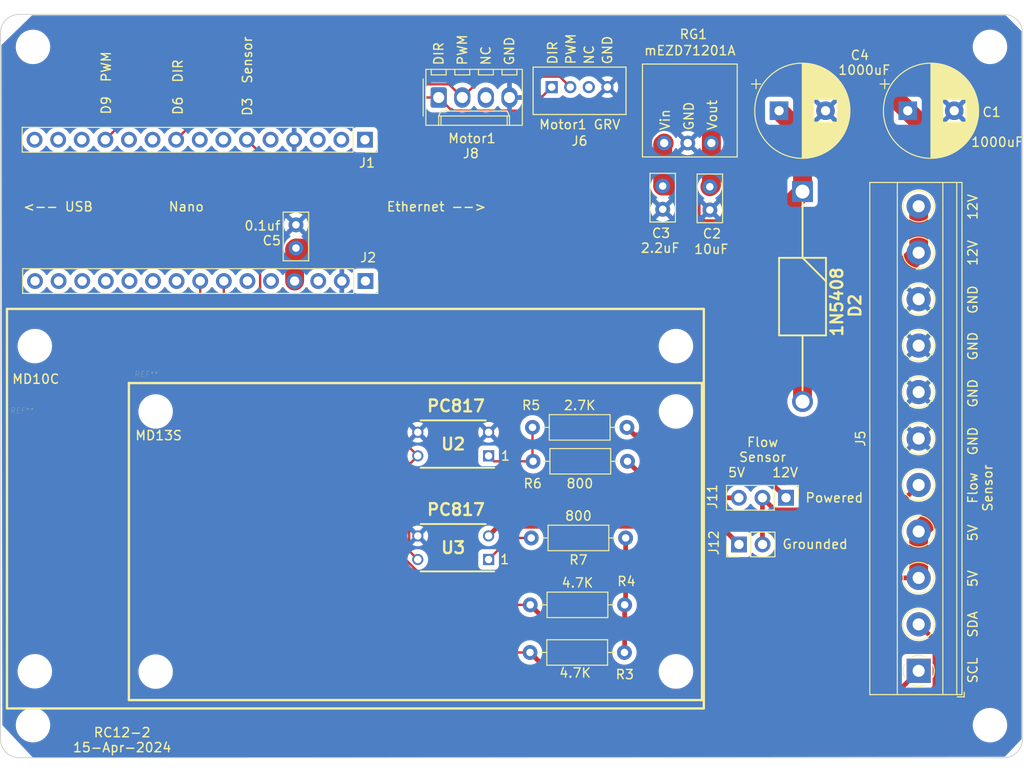
<source format=kicad_pcb>
(kicad_pcb (version 20221018) (generator pcbnew)
  (title_block (title "RC12-2") (date "2024-04-11"))
  (layers (0 "F.Cu" signal) (31 "B.Cu" signal) (34 "B.Paste" user) (35 "F.Paste" user) (36 "B.SilkS" user "B.Silkscreen") (37 "F.SilkS" user "F.Silkscreen") (38 "B.Mask" user) (39 "F.Mask" user) (44 "Edge.Cuts" user))
  (net 0 "")
  (net 1 "GND")
  (net 2 "Dir")
  (net 3 "PWM")
  (net 4 "+5V")
  (net 5 "+12V")
  (net 10 "Flow Pin")
  (net 22 "Net-(J2-Pin_7)")
  (net 23 "Net-(J2-Pin_8)")
  (net 31 "Flow Sensor")
  (net 34 "Net-(J11-Pin_1)")
  (net 35 "Net-(J11-Pin_3)")
  (net 36 "Net-(R5-Pad2)")
  (net 37 "Net-(R7-Pad2)")
  (net 38 "Net-(J12-Pin_1)")
  (net 39 "Net-(D2-K)")
  (footprint "MountingHole:MountingHole_3.2mm_M3" (layer "F.Cu") (at 28.5 96.5 180)
    (fp_text reference " " (at 0 -4.2) (layer "F.SilkS"))
    (fp_text value " ")
    (pad "" np_thru_hole circle (at 0 0 180) (size 3.2 3.2) (drill 3.2) (layers "*.Cu" "*.Mask"))
  )
  (footprint "Connector_PinSocket_2.54mm:PinSocket_1x15_P2.54mm_Vertical" (layer "F.Cu") (at 64.28 48.7 -90)
    (fp_text reference "J2" (at -2.525 -0.295 -180) (layer "F.SilkS"))
    (fp_text value "Conn_01x15_Female")
    (pad "1" thru_hole rect (at 0 0 270) (size 1.7 1.7) (drill 1) (layers "*.Cu" "*.Mask"))
    (pad "2" thru_hole oval (at 0 2.54 270) (size 1.7 1.7) (drill 1) (layers "*.Cu" "*.Mask") (net 1 "GND"))
    (pad "3" thru_hole oval (at 0 5.08 270) (size 1.7 1.7) (drill 1) (layers "*.Cu" "*.Mask"))
    (pad "4" thru_hole oval (at 0 7.62 270) (size 1.7 1.7) (drill 1) (layers "*.Cu" "*.Mask") (net 4 "+5V"))
    (pad "5" thru_hole oval (at 0 10.16 270) (size 1.7 1.7) (drill 1) (layers "*.Cu" "*.Mask"))
    (pad "6" thru_hole oval (at 0 12.7 270) (size 1.7 1.7) (drill 1) (layers "*.Cu" "*.Mask"))
    (pad "7" thru_hole oval (at 0 15.24 270) (size 1.7 1.7) (drill 1) (layers "*.Cu" "*.Mask") (net 22 "Net-(J2-Pin_7)"))
    (pad "8" thru_hole oval (at 0 17.78 270) (size 1.7 1.7) (drill 1) (layers "*.Cu" "*.Mask") (net 23 "Net-(J2-Pin_8)"))
    (pad "9" thru_hole oval (at 0 20.32 270) (size 1.7 1.7) (drill 1) (layers "*.Cu" "*.Mask"))
    (pad "10" thru_hole oval (at 0 22.86 270) (size 1.7 1.7) (drill 1) (layers "*.Cu" "*.Mask"))
    (pad "11" thru_hole oval (at 0 25.4 270) (size 1.7 1.7) (drill 1) (layers "*.Cu" "*.Mask"))
    (pad "12" thru_hole oval (at 0 27.94 270) (size 1.7 1.7) (drill 1) (layers "*.Cu" "*.Mask"))
    (pad "13" thru_hole oval (at 0 30.48 270) (size 1.7 1.7) (drill 1) (layers "*.Cu" "*.Mask"))
    (pad "14" thru_hole oval (at 0 33.02 270) (size 1.7 1.7) (drill 1) (layers "*.Cu" "*.Mask"))
    (pad "15" thru_hole oval (at 0 35.56 270) (size 1.7 1.7) (drill 1) (layers "*.Cu" "*.Mask"))
  )
  (footprint "Capacitor_THT:C_Disc_D5.0mm_W2.5mm_P2.50mm" (layer "F.Cu") (at 96.275 38.475 -90)
    (fp_text reference "C3" (at 5.075 0.175 -180) (layer "F.SilkS"))
    (fp_text value "2.2uF" (at 6.675 0.275 -180) (layer "F.SilkS"))
    (pad "1" thru_hole circle (at 0 0 270) (size 1.6 1.6) (drill 0.8) (layers "*.Cu" "*.Mask") (net 39 "Net-(D2-K)"))
    (pad "2" thru_hole circle (at 2.5 0 270) (size 1.6 1.6) (drill 0.8) (layers "*.Cu" "*.Mask") (net 1 "GND"))
  )
  (footprint "Resistor_THT:R_Axial_DIN0207_L6.3mm_D2.5mm_P10.16mm_Horizontal" (layer "F.Cu") (at 92.18 83.55 180)
    (fp_text reference "R4" (at -0.19 2.525) (layer "F.SilkS"))
    (fp_text value "4.7K" (at 5.08 2.37) (layer "F.SilkS"))
    (pad "1" thru_hole circle (at 0 0 180) (size 1.6 1.6) (drill 0.8) (layers "*.Cu" "*.Mask") (net 4 "+5V"))
    (pad "2" thru_hole oval (at 10.16 0 180) (size 1.6 1.6) (drill 0.8) (layers "*.Cu" "*.Mask") (net 22 "Net-(J2-Pin_7)"))
  )
  (footprint "Resistor_THT:R_Axial_DIN0207_L6.3mm_D2.5mm_P10.16mm_Horizontal" (layer "F.Cu") (at 92.155 88.675 180)
    (fp_text reference "R3" (at -0.04 -2.37) (layer "F.SilkS"))
    (fp_text value "4.7K" (at 5.31 -2.2) (layer "F.SilkS"))
    (pad "1" thru_hole circle (at 0 0 180) (size 1.6 1.6) (drill 0.8) (layers "*.Cu" "*.Mask") (net 4 "+5V"))
    (pad "2" thru_hole oval (at 10.16 0 180) (size 1.6 1.6) (drill 0.8) (layers "*.Cu" "*.Mask") (net 23 "Net-(J2-Pin_8)"))
  )
  (footprint "Connector_PinSocket_2.54mm:PinSocket_1x15_P2.54mm_Vertical" (layer "F.Cu") (at 64.23 33.49 -90)
    (fp_text reference "J1" (at 2.485 -0.22 -180) (layer "F.SilkS"))
    (fp_text value "Conn_01x15_Female")
    (pad "1" thru_hole rect (at 0 0 270) (size 1.7 1.7) (drill 1) (layers "*.Cu" "*.Mask"))
    (pad "2" thru_hole oval (at 0 2.54 270) (size 1.7 1.7) (drill 1) (layers "*.Cu" "*.Mask"))
    (pad "3" thru_hole oval (at 0 5.08 270) (size 1.7 1.7) (drill 1) (layers "*.Cu" "*.Mask"))
    (pad "4" thru_hole oval (at 0 7.62 270) (size 1.7 1.7) (drill 1) (layers "*.Cu" "*.Mask") (net 1 "GND"))
    (pad "5" thru_hole oval (at 0 10.16 270) (size 1.7 1.7) (drill 1) (layers "*.Cu" "*.Mask"))
    (pad "6" thru_hole oval (at 0 12.7 270) (size 1.7 1.7) (drill 1) (layers "*.Cu" "*.Mask") (net 10 "Flow Pin"))
    (pad "7" thru_hole oval (at 0 15.24 270) (size 1.7 1.7) (drill 1) (layers "*.Cu" "*.Mask"))
    (pad "8" thru_hole oval (at 0 17.78 270) (size 1.7 1.7) (drill 1) (layers "*.Cu" "*.Mask"))
    (pad "9" thru_hole oval (at 0 20.32 270) (size 1.7 1.7) (drill 1) (layers "*.Cu" "*.Mask") (net 2 "Dir"))
    (pad "10" thru_hole oval (at 0 22.86 270) (size 1.7 1.7) (drill 1) (layers "*.Cu" "*.Mask"))
    (pad "11" thru_hole oval (at 0 25.4 270) (size 1.7 1.7) (drill 1) (layers "*.Cu" "*.Mask"))
    (pad "12" thru_hole oval (at 0 27.94 270) (size 1.7 1.7) (drill 1) (layers "*.Cu" "*.Mask") (net 3 "PWM"))
    (pad "13" thru_hole oval (at 0 30.48 270) (size 1.7 1.7) (drill 1) (layers "*.Cu" "*.Mask"))
    (pad "14" thru_hole oval (at 0 33.02 270) (size 1.7 1.7) (drill 1) (layers "*.Cu" "*.Mask"))
    (pad "15" thru_hole oval (at 0 35.56 270) (size 1.7 1.7) (drill 1) (layers "*.Cu" "*.Mask"))
  )
  (footprint "MountingHole:MountingHole_3.2mm_M3" (layer "F.Cu") (at 131.5 23.5 180)
    (fp_text reference " " (at 20.35 -17.025) (layer "F.SilkS"))
    (fp_text value " ")
    (pad "" np_thru_hole circle (at 0 0 180) (size 3.2 3.2) (drill 3.2) (layers "*.Cu" "*.Mask"))
  )
  (footprint "MyFootprints:MD10C" (layer "F.Cu") (at 25.7 94.7)
    (fp_text reference "REF**" (at 1.65 -32.05) (layer "F.SilkS") (effects (font (size 0.6 0.6) (thickness 0.015))))
    (fp_text value "MDD10A" hide)
    (fp_text user "MD10C" (at 3.1 -35.45) (layer "F.SilkS"))
    (pad "" np_thru_hole circle (at 3 -39) (size 3.2 3.2) (drill 3.2) (layers "F&B.Cu" "*.Mask"))
    (pad "" np_thru_hole circle (at 3 -4) (size 3.2 3.2) (drill 3.2) (layers "F&B.Cu" "*.Mask"))
    (pad "" np_thru_hole circle (at 72 -39) (size 3.2 3.2) (drill 3.2) (layers "F&B.Cu" "*.Mask"))
    (pad "" np_thru_hole circle (at 72 -4) (size 3.2 3.2) (drill 3.2) (layers "F&B.Cu" "*.Mask"))
  )
  (footprint "TerminalBlock_Phoenix:TerminalBlock_Phoenix_MKDS-1,5-11_1x11_P5.00mm_Horizontal" (layer "F.Cu") (at 123.825 90.65 90)
    (fp_text reference "J5" (at 25 -6.26 90) (layer "F.SilkS"))
    (fp_text value "Screw_Terminal_01x11")
    (pad "1" thru_hole rect (at 0 0 90) (size 2.6 2.6) (drill 1.3) (layers "*.Cu" "*.Mask") (net 22 "Net-(J2-Pin_7)"))
    (pad "2" thru_hole circle (at 5 0 90) (size 2.6 2.6) (drill 1.3) (layers "*.Cu" "*.Mask") (net 23 "Net-(J2-Pin_8)"))
    (pad "3" thru_hole circle (at 10 0 90) (size 2.6 2.6) (drill 1.3) (layers "*.Cu" "*.Mask") (net 4 "+5V"))
    (pad "4" thru_hole circle (at 15 0 90) (size 2.6 2.6) (drill 1.3) (layers "*.Cu" "*.Mask") (net 4 "+5V"))
    (pad "5" thru_hole circle (at 20 0 90) (size 2.6 2.6) (drill 1.3) (layers "*.Cu" "*.Mask") (net 31 "Flow Sensor"))
    (pad "6" thru_hole circle (at 25 0 90) (size 2.6 2.6) (drill 1.3) (layers "*.Cu" "*.Mask") (net 1 "GND"))
    (pad "7" thru_hole circle (at 30 0 90) (size 2.6 2.6) (drill 1.3) (layers "*.Cu" "*.Mask") (net 1 "GND"))
    (pad "8" thru_hole circle (at 35 0 90) (size 2.6 2.6) (drill 1.3) (layers "*.Cu" "*.Mask") (net 1 "GND"))
    (pad "9" thru_hole circle (at 40 0 90) (size 2.6 2.6) (drill 1.3) (layers "*.Cu" "*.Mask") (net 1 "GND"))
    (pad "10" thru_hole circle (at 45 0 90) (size 2.6 2.6) (drill 1.3) (layers "*.Cu" "*.Mask") (net 5 "+12V"))
    (pad "11" thru_hole circle (at 50 0 90) (size 2.6 2.6) (drill 1.3) (layers "*.Cu" "*.Mask") (net 5 "+12V"))
  )
  (footprint "Capacitor_THT:CP_Radial_D10.0mm_P5.00mm" (layer "F.Cu") (at 108.8 30.37)
    (fp_text reference "C4" (at 8.692677 -5.975 180) (layer "F.SilkS"))
    (fp_text value "1000uF" (at 9.167677 -4.375 180) (layer "F.SilkS"))
    (pad "1" thru_hole rect (at 0 0) (size 2 2) (drill 1) (layers "*.Cu" "*.Mask") (net 39 "Net-(D2-K)"))
    (pad "2" thru_hole circle (at 5 0) (size 2 2) (drill 1) (layers "*.Cu" "*.Mask") (net 1 "GND"))
  )
  (footprint "MyFootprints:PC817" (layer "F.Cu") (at 73.725 66.245 180)
    (fp_text reference "U2" (at 0 0) (layer "F.SilkS") (effects (font (size 1.27 1.27) (thickness 0.254))))
    (fp_text value "PC817" (at -0.3 4.1) (layer "F.SilkS") (effects (font (size 1.27 1.27) (thickness 0.254))))
    (pad "1" thru_hole rect (at -3.81 -1.27 180) (size 1.2 1.2) (drill 0.8) (layers "*.Cu" "*.Mask") (net 36 "Net-(R5-Pad2)"))
    (pad "2" thru_hole circle (at -3.81 1.27 180) (size 1.2 1.2) (drill 0.8) (layers "*.Cu" "*.Mask") (net 1 "GND"))
    (pad "3" thru_hole circle (at 3.81 1.27 180) (size 1.2 1.2) (drill 0.8) (layers "*.Cu" "*.Mask") (net 1 "GND"))
    (pad "4" thru_hole circle (at 3.81 -1.27 180) (size 1.2 1.2) (drill 0.8) (layers "*.Cu" "*.Mask") (net 10 "Flow Pin"))
  )
  (footprint "Resistor_THT:R_Axial_DIN0207_L6.3mm_D2.5mm_P10.16mm_Horizontal" (layer "F.Cu") (at 82.325 68.1)
    (fp_text reference "R6" (at -0.04 2.4) (layer "F.SilkS"))
    (fp_text value "800" (at 5.035 2.4) (layer "F.SilkS"))
    (pad "1" thru_hole circle (at 0 0) (size 1.6 1.6) (drill 0.8) (layers "*.Cu" "*.Mask") (net 36 "Net-(R5-Pad2)"))
    (pad "2" thru_hole oval (at 10.16 0) (size 1.6 1.6) (drill 0.8) (layers "*.Cu" "*.Mask") (net 35 "Net-(J11-Pin_3)"))
  )
  (footprint "MyFootprints:1N5408" (layer "F.Cu") (at 111.325 39.075 -90)
    (fp_text reference "D2" (at 12.275 -5.65 90) (layer "F.SilkS") (effects (font (size 1.27 1.27) (thickness 0.254))))
    (fp_text value "1N5408" (at 11.875 -3.7 90) (layer "F.SilkS") (effects (font (size 1.27 1.27) (thickness 0.254))))
    (pad "1" thru_hole rect (at 0 0 270) (size 2.25 2.25) (drill 1.5) (layers "*.Cu" "*.Mask") (net 39 "Net-(D2-K)"))
    (pad "2" thru_hole circle (at 22.6 0 270) (size 2.25 2.25) (drill 1.5) (layers "*.Cu" "*.Mask") (net 5 "+12V"))
  )
  (footprint "Capacitor_THT:CP_Radial_D10.0mm_P5.00mm" (layer "F.Cu") (at 122.65 30.37)
    (fp_text reference "C1" (at 9.025 0.155 180) (layer "F.SilkS"))
    (fp_text value "1000uF" (at 9.625 3.38 180) (layer "F.SilkS"))
    (pad "1" thru_hole rect (at 0 0) (size 2 2) (drill 1) (layers "*.Cu" "*.Mask") (net 4 "+5V"))
    (pad "2" thru_hole circle (at 5 0) (size 2 2) (drill 1) (layers "*.Cu" "*.Mask") (net 1 "GND"))
  )
  (footprint "Connector_PinHeader_2.54mm:PinHeader_1x02_P2.54mm_Vertical" (layer "F.Cu") (at 104.485 77.05 90)
    (fp_text reference "J12" (at 0.175 -2.7 90) (layer "F.SilkS"))
    (fp_text value "Grounded" (at 0.025 8.19) (layer "F.SilkS"))
    (pad "1" thru_hole rect (at 0 0 90) (size 1.7 1.7) (drill 1) (layers "*.Cu" "*.Mask") (net 38 "Net-(J12-Pin_1)"))
    (pad "2" thru_hole oval (at 0 2.54 90) (size 1.7 1.7) (drill 1) (layers "*.Cu" "*.Mask") (net 31 "Flow Sensor"))
  )
  (footprint "Capacitor_THT:C_Disc_D5.0mm_W2.5mm_P2.50mm" (layer "F.Cu") (at 101.35 38.55 -90)
    (fp_text reference "C2" (at 5.05 -0.225 -180) (layer "F.SilkS"))
    (fp_text value "10uF" (at 6.725 -0.15 -180) (layer "F.SilkS"))
    (pad "1" thru_hole circle (at 0 0 270) (size 1.6 1.6) (drill 0.8) (layers "*.Cu" "*.Mask") (net 4 "+5V"))
    (pad "2" thru_hole circle (at 2.5 0 270) (size 1.6 1.6) (drill 0.8) (layers "*.Cu" "*.Mask") (net 1 "GND"))
  )
  (footprint "Capacitor_THT:C_Disc_D5.0mm_W2.5mm_P2.50mm" (layer "F.Cu") (at 56.8 42.65 -90)
    (fp_text reference "C5" (at 1.7 2.6) (layer "F.SilkS"))
    (fp_text value "0.1uf" (at 0.1 3.6) (layer "F.SilkS"))
    (pad "1" thru_hole circle (at 0 0 270) (size 1.6 1.6) (drill 0.8) (layers "*.Cu" "*.Mask") (net 1 "GND"))
    (pad "2" thru_hole circle (at 2.5 0 270) (size 1.6 1.6) (drill 0.8) (layers "*.Cu" "*.Mask") (net 4 "+5V"))
  )
  (footprint "MyFootprints:Grove" (layer "F.Cu") (at 87.325 27.825)
    (fp_text reference "J6" (at 0 5.8) (layer "F.SilkS"))
    (fp_text value "Motor1 GRV" (at 0.0254 4.0386) (layer "F.SilkS"))
    (pad "1" thru_hole rect (at -3 0) (size 1.308 1.308) (drill 0.8) (layers "*.Cu" "*.Mask") (net 2 "Dir"))
    (pad "2" thru_hole circle (at -1 0) (size 1.308 1.308) (drill 0.8) (layers "*.Cu" "*.Mask") (net 3 "PWM"))
    (pad "3" thru_hole circle (at 1 0) (size 1.308 1.308) (drill 0.8) (layers "*.Cu" "*.Mask"))
    (pad "4" thru_hole circle (at 3 0) (size 1.308 1.308) (drill 0.8) (layers "*.Cu" "*.Mask") (net 1 "GND"))
  )
  (footprint "Resistor_THT:R_Axial_DIN0207_L6.3mm_D2.5mm_P10.16mm_Horizontal" (layer "F.Cu") (at 92.285 76.35 180)
    (fp_text reference "R7" (at 5.08 -2.37) (layer "F.SilkS"))
    (fp_text value "800" (at 5.08 2.37) (layer "F.SilkS"))
    (pad "1" thru_hole circle (at 0 0 180) (size 1.6 1.6) (drill 0.8) (layers "*.Cu" "*.Mask") (net 4 "+5V"))
    (pad "2" thru_hole oval (at 10.16 0 180) (size 1.6 1.6) (drill 0.8) (layers "*.Cu" "*.Mask") (net 37 "Net-(R7-Pad2)"))
  )
  (footprint "Connector_PinHeader_2.54mm:PinHeader_1x03_P2.54mm_Vertical" (layer "F.Cu") (at 109.55 72.025 -90)
    (fp_text reference "J11" (at -0.125 7.93 90) (layer "F.SilkS"))
    (fp_text value "Powered" (at 0 -5.2 180) (layer "F.SilkS"))
    (pad "1" thru_hole rect (at 0 0 270) (size 1.7 1.7) (drill 1) (layers "*.Cu" "*.Mask") (net 34 "Net-(J11-Pin_1)"))
    (pad "2" thru_hole oval (at 0 2.54 270) (size 1.7 1.7) (drill 1) (layers "*.Cu" "*.Mask") (net 31 "Flow Sensor"))
    (pad "3" thru_hole oval (at 0 5.08 270) (size 1.7 1.7) (drill 1) (layers "*.Cu" "*.Mask") (net 35 "Net-(J11-Pin_3)"))
  )
  (footprint "MountingHole:MountingHole_3.2mm_M3" (layer "F.Cu") (at 28.5 23.5 180)
    (fp_text reference " " (at 0 -4.2) (layer "F.SilkS"))
    (fp_text value " ")
    (pad "" np_thru_hole circle (at 0 0 180) (size 3.2 3.2) (drill 3.2) (layers "*.Cu" "*.Mask"))
  )
  (footprint "MyFootprints:mEZD71201A" (layer "F.Cu") (at 94.095 25.345)
    (fp_text reference "RG1" (at 5.4864 -3.2004) (layer "F.SilkS"))
    (fp_text value "mEZD71201A" (at 5.1054 -1.4478) (layer "F.SilkS"))
    (fp_text user "GND" (at 5.0038 5.595238 90) (layer "F.SilkS"))
    (fp_text user "Vin" (at 2.4384 6 90) (layer "F.SilkS"))
    (fp_text user "Vout" (at 7.5184 5.5 90) (layer "F.SilkS"))
    (pad "1" thru_hole circle (at 2.3368 8.5 90) (size 1.59 1.59) (drill 0.89) (layers "*.Cu" "*.Mask") (net 39 "Net-(D2-K)"))
    (pad "2" thru_hole circle (at 4.8768 8.5 90) (size 1.59 1.59) (drill 0.89) (layers "*.Cu" "*.Mask") (net 1 "GND"))
    (pad "3" thru_hole circle (at 7.4168 8.5 90) (size 1.59 1.59) (drill 0.89) (layers "*.Cu" "*.Mask") (net 4 "+5V"))
  )
  (footprint "MountingHole:MountingHole_3.2mm_M3" (layer "F.Cu") (at 131.5 96.5 180)
    (fp_text reference " " (at 0 -4.2) (layer "F.SilkS"))
    (fp_text value " ")
    (pad "" np_thru_hole circle (at 0 0 180) (size 3.2 3.2) (drill 3.2) (layers "*.Cu" "*.Mask"))
  )
  (footprint "MyFootprints:MD13S_Outline2" (layer "F.Cu") (at 38.8215 93.7985)
    (fp_text reference "REF**" (at 1.905 -35.052) (layer "F.SilkS") (effects (font (size 0.6 0.6) (thickness 0.015))))
    (fp_text value "MDD10A" hide)
    (fp_text user "MD13S" (at 3.2004 -28.4734) (layer "F.SilkS"))
    (pad "" np_thru_hole circle (at 2.88 -31.06) (size 3.2 3.2) (drill 3.2) (layers "F&B.Cu" "*.Mask"))
    (pad "" np_thru_hole circle (at 2.88 -3.06) (size 3.2 3.2) (drill 3.2) (layers "F&B.Cu" "*.Mask"))
    (pad "" np_thru_hole circle (at 58.88 -31.06) (size 3.2 3.2) (drill 3.2) (layers "F&B.Cu" "*.Mask"))
    (pad "" np_thru_hole circle (at 58.88 -3.06) (size 3.2 3.2) (drill 3.2) (layers "F&B.Cu" "*.Mask"))
  )
  (footprint "MyFootprints:PC817" (layer "F.Cu") (at 73.725 77.4 180)
    (fp_text reference "U3" (at 0 0) (layer "F.SilkS") (effects (font (size 1.27 1.27) (thickness 0.254))))
    (fp_text value "PC817" (at -0.3 4.1) (layer "F.SilkS") (effects (font (size 1.27 1.27) (thickness 0.254))))
    (pad "1" thru_hole rect (at -3.81 -1.27 180) (size 1.2 1.2) (drill 0.8) (layers "*.Cu" "*.Mask") (net 37 "Net-(R7-Pad2)"))
    (pad "2" thru_hole circle (at -3.81 1.27 180) (size 1.2 1.2) (drill 0.8) (layers "*.Cu" "*.Mask") (net 38 "Net-(J12-Pin_1)"))
    (pad "3" thru_hole circle (at 3.81 1.27 180) (size 1.2 1.2) (drill 0.8) (layers "*.Cu" "*.Mask") (net 1 "GND"))
    (pad "4" thru_hole circle (at 3.81 -1.27 180) (size 1.2 1.2) (drill 0.8) (layers "*.Cu" "*.Mask") (net 10 "Flow Pin"))
  )
  (footprint "Connector_Molex:Molex_KK-254_AE-6410-04A_1x04_P2.54mm_Vertical" (layer "F.Cu") (at 72.165 28.945)
    (fp_text reference "J8" (at 3.46 6.03) (layer "F.SilkS"))
    (fp_text value "Motor1" (at 3.585 4.405 180) (layer "F.SilkS"))
    (pad "1" thru_hole roundrect (at 0 0) (size 1.74 2.19) (drill 1.19) (layers "*.Cu" "*.Mask") (roundrect_rratio 0.1436781609) (net 2 "Dir"))
    (pad "2" thru_hole oval (at 2.54 0) (size 1.74 2.19) (drill 1.19) (layers "*.Cu" "*.Mask") (net 3 "PWM"))
    (pad "3" thru_hole oval (at 5.08 0) (size 1.74 2.19) (drill 1.19) (layers "*.Cu" "*.Mask"))
    (pad "4" thru_hole oval (at 7.62 0) (size 1.74 2.19) (drill 1.19) (layers "*.Cu" "*.Mask") (net 1 "GND"))
  )
  (footprint "Resistor_THT:R_Axial_DIN0207_L6.3mm_D2.5mm_P10.16mm_Horizontal" (layer "F.Cu") (at 92.42 64.45 180)
    (fp_text reference "R5" (at 10.305 2.375) (layer "F.SilkS"))
    (fp_text value "2.7K" (at 5.08 2.37) (layer "F.SilkS"))
    (pad "1" thru_hole circle (at 0 0 180) (size 1.6 1.6) (drill 0.8) (layers "*.Cu" "*.Mask") (net 34 "Net-(J11-Pin_1)"))
    (pad "2" thru_hole oval (at 10.16 0 180) (size 1.6 1.6) (drill 0.8) (layers "*.Cu" "*.Mask") (net 36 "Net-(R5-Pad2)"))
  )
  (gr_line (start 25 98) (end 25 22) (stroke (width 0.1)) (layer "Edge.Cuts"))
  (gr_arc (start 27 100) (mid 25.585786 99.414214) (end 25 98) (stroke (width 0.1)) (layer "Edge.Cuts"))
  (gr_arc (start 135 98) (mid 134.414214 99.414214) (end 133 100) (stroke (width 0.1)) (layer "Edge.Cuts"))
  (gr_line (start 135 98) (end 135 22) (stroke (width 0.1)) (layer "Edge.Cuts"))
  (gr_arc (start 25 22) (mid 25.585786 20.585786) (end 27 20) (stroke (width 0.1)) (layer "Edge.Cuts"))
  (gr_line (start 133 100) (end 27 100) (stroke (width 0.1)) (layer "Edge.Cuts"))
  (gr_line (start 133 20) (end 27 20) (stroke (width 0.1)) (layer "Edge.Cuts"))
  (gr_arc (start 133 20) (mid 134.414214 20.585786) (end 135 22) (stroke (width 0.1)) (layer "Edge.Cuts"))
  (gr_text "Nano" (at 45 40.7) (layer "F.SilkS") (effects (font (size 1 1))))
  (gr_text "PWM\n" (at 74.708333 23.820238 90) (layer "F.SilkS") (effects (font (size 1 1))))
  (gr_text "Flow\nSensor" (at 130.455 70.975 90) (layer "F.SilkS") (effects (font (size 1 1))))
  (gr_text "1" (at 78.7 79.25) (layer "F.SilkS") (effects (font (size 1 1)) (justify left bottom)))
  (gr_text "12V" (at 129.65 40.725 90) (layer "F.SilkS") (effects (font (size 1 1))))
  (gr_text "SCL" (at 129.65 90.6 90) (layer "F.SilkS") (effects (font (size 1 1))))
  (gr_text "NC" (at 77.241666 24.439286 90) (layer "F.SilkS") (effects (font (size 1 1))))
  (gr_text "D9  PWM" (at 36.375 27.375 90) (layer "F.SilkS") (effects (font (size 1 1))))
  (gr_text "GND" (at 90.325 23.839286 90) (layer "F.SilkS") (effects (font (size 1 1))))
  (gr_text "12V" (at 129.65 45.675 90) (layer "F.SilkS") (effects (font (size 1 1))))
  (gr_text "Flow\nSensor" (at 107.025 66.85) (layer "F.SilkS") (effects (font (size 1 1))))
  (gr_text "PWM\n" (at 86.391666 23.720238 90) (layer "F.SilkS") (effects (font (size 1 1))))
  (gr_text "GND" (at 129.65 60.775 90) (layer "F.SilkS") (effects (font (size 1 1))))
  (gr_text "D6  DIR" (at 44.1 27.825 90) (layer "F.SilkS") (effects (font (size 1 1))))
  (gr_text "5V" (at 103.225 69.9) (layer "F.SilkS") (effects (font (size 1 1)) (justify left bottom)))
  (gr_text "5V" (at 129.65 80.725 90) (layer "F.SilkS") (effects (font (size 1 1))))
  (gr_text "SDA" (at 129.65 85.65 90) (layer "F.SilkS") (effects (font (size 1 1))))
  (gr_text "Ethernet -->" (at 71.925 40.7) (layer "F.SilkS") (effects (font (size 1 1))))
  (gr_text "D3  Sensor" (at 51.575 26.65 90) (layer "F.SilkS") (effects (font (size 1 1))))
  (gr_text "5V" (at 129.65 75.8 90) (layer "F.SilkS") (effects (font (size 1 1))))
  (gr_text "1" (at 78.775 68.1) (layer "F.SilkS") (effects (font (size 1 1)) (justify left bottom)))
  (gr_text "RC12-2\n15-Apr-2024" (at 38.1 98.1) (layer "F.SilkS") (effects (font (size 1 1))))
  (gr_text "GND" (at 129.65 65.925 90) (layer "F.SilkS") (effects (font (size 1 1))))
  (gr_text "DIR\n" (at 84.425 24.125 90) (layer "F.SilkS") (effects (font (size 1 1))))
  (gr_text "<-- USB" (at 31.2 40.7) (layer "F.SilkS") (effects (font (size 1 1))))
  (gr_text "12V" (at 107.975 69.9) (layer "F.SilkS") (effects (font (size 1 1)) (justify left bottom)))
  (gr_text "GND" (at 79.775 23.939286 90) (layer "F.SilkS") (effects (font (size 1 1))))
  (gr_text "DIR\n" (at 72.175 24.225 90) (layer "F.SilkS") (effects (font (size 1 1))))
  (gr_text "NC" (at 88.358332 24.339286 90) (layer "F.SilkS") (effects (font (size 1 1))))
  (gr_text "GND" (at 129.65 55.7 90) (layer "F.SilkS") (effects (font (size 1 1))))
  (gr_text "GND" (at 129.65 50.7 90) (layer "F.SilkS") (effects (font (size 1 1))))
  (segment (start 48.455 28.945) (end 43.91 33.49) (width 0.254) (layer "F.Cu") (net 2))
  (segment (start 72.165 28.945) (end 48.455 28.945) (width 0.254) (layer "F.Cu") (net 2))
  (segment (start 72.165 28.945) (end 73.587 30.367) (width 0.254) (layer "F.Cu") (net 2))
  (segment (start 73.587 30.367) (end 81.783 30.367) (width 0.254) (layer "F.Cu") (net 2))
  (segment (start 81.783 30.367) (end 84.325 27.825) (width 0.254) (layer "F.Cu") (net 2))
  (segment (start 86.325 27.825) (end 85.2 26.7) (width 0.254) (layer "F.Cu") (net 3))
  (segment (start 76.95 26.7) (end 74.705 28.945) (width 0.254) (layer "F.Cu") (net 3))
  (segment (start 74.705 28.945) (end 73.283 27.523) (width 0.254) (layer "F.Cu") (net 3))
  (segment (start 42.257 27.523) (end 36.29 33.49) (width 0.254) (layer "F.Cu") (net 3))
  (segment (start 85.2 26.7) (end 76.95 26.7) (width 0.254) (layer "F.Cu") (net 3))
  (segment (start 73.283 27.523) (end 42.257 27.523) (width 0.254) (layer "F.Cu") (net 3))
  (segment (start 129.55 69.925) (end 129.55 37.27) (width 2.032) (layer "F.Cu") (net 4))
  (segment (start 101.5118 33.845) (end 101.5118 27.0382) (width 2.032) (layer "F.Cu") (net 4))
  (segment (start 119.18 26.9) (end 101.65 26.9) (width 2.032) (layer "F.Cu") (net 4))
  (segment (start 56.66 45.29) (end 56.8 45.15) (width 2.032) (layer "F.Cu") (net 4))
  (segment (start 122.65 30.37) (end 119.18 26.9) (width 2.032) (layer "F.Cu") (net 4))
  (segment (start 100.0118 27.0382) (end 81.9 45.15) (width 2.032) (layer "F.Cu") (net 4))
  (segment (start 101.5118 27.0382) (end 100.0118 27.0382) (width 2.032) (layer "F.Cu") (net 4))
  (segment (start 123.825 75.65) (end 129.55 69.925) (width 2.032) (layer "F.Cu") (net 4))
  (segment (start 92.285 83.445) (end 92.18 83.55) (width 0.508) (layer "F.Cu") (net 4))
  (segment (start 92.285 76.35) (end 92.285 80.35) (width 0.508) (layer "F.Cu") (net 4))
  (segment (start 123.825 75.65) (end 123.825 80.65) (width 2.032) (layer "F.Cu") (net 4))
  (segment (start 129.55 37.27) (end 122.65 30.37) (width 2.032) (layer "F.Cu") (net 4))
  (segment (start 92.285 80.35) (end 92.285 83.445) (width 0.508) (layer "F.Cu") (net 4))
  (segment (start 101.5118 27.0382) (end 101.65 26.9) (width 2.032) (layer "F.Cu") (net 4))
  (segment (start 101.5118 33.845) (end 101.5118 38.3882) (width 2.032) (layer "F.Cu") (net 4))
  (segment (start 101.5118 38.3882) (end 101.35 38.55) (width 2.032) (layer "F.Cu") (net 4))
  (segment (start 56.66 48.7) (end 56.66 45.29) (width 2.032) (layer "F.Cu") (net 4))
  (segment (start 92.585 80.65) (end 92.285 80.35) (width 0.508) (layer "F.Cu") (net 4))
  (segment (start 81.9 45.15) (end 56.8 45.15) (width 2.032) (layer "F.Cu") (net 4))
  (segment (start 92.18 83.55) (end 92.18 88.65) (width 0.508) (layer "F.Cu") (net 4))
  (segment (start 123.825 80.65) (end 92.585 80.65) (width 0.508) (layer "F.Cu") (net 4))
  (segment (start 92.18 88.65) (end 92.155 88.675) (width 0.508) (layer "F.Cu") (net 4))
  (segment (start 123.825 45.65) (end 111.325 58.15) (width 2.032) (layer "F.Cu") (net 5))
  (segment (start 111.325 58.15) (end 111.325 61.675) (width 2.032) (layer "F.Cu") (net 5))
  (segment (start 123.825 40.65) (end 123.825 45.65) (width 2.032) (layer "F.Cu") (net 5))
  (segment (start 52.943 50.543) (end 52.943 34.903) (width 0.254) (layer "F.Cu") (net 10))
  (segment (start 69.915 78.67) (end 68.988 77.743) (width 0.254) (layer "F.Cu") (net 10))
  (segment (start 68.988 68.442) (end 69.915 67.515) (width 0.254) (layer "F.Cu") (net 10))
  (segment (start 68.988 77.743) (end 68.988 68.442) (width 0.254) (layer "F.Cu") (net 10))
  (segment (start 69.915 67.515) (end 52.943 50.543) (width 0.254) (layer "F.Cu") (net 10))
  (segment (start 52.943 34.903) (end 51.53 33.49) (width 0.254) (layer "F.Cu") (net 10))
  (segment (start 121.6325 92.8425) (end 91.3125 92.8425) (width 0.508) (layer "F.Cu") (net 22))
  (segment (start 123.825 90.65) (end 121.6325 92.8425) (width 0.508) (layer "F.Cu") (net 22))
  (segment (start 91.3125 92.8425) (end 82.02 83.55) (width 0.508) (layer "F.Cu") (net 22))
  (segment (start 73.484024 83.55) (end 82.02 83.55) (width 0.254) (layer "F.Cu") (net 22))
  (segment (start 49.04 48.7) (end 49.04 59.105976) (width 0.254) (layer "F.Cu") (net 22))
  (segment (start 49.04 59.105976) (end 73.484024 83.55) (width 0.254) (layer "F.Cu") (net 22))
  (segment (start 125.579 92.396) (end 124.3 93.675) (width 0.508) (layer "F.Cu") (net 23))
  (segment (start 124.3 93.675) (end 86.995 93.675) (width 0.508) (layer "F.Cu") (net 23))
  (segment (start 125.579 87.404) (end 125.579 92.396) (width 0.508) (layer "F.Cu") (net 23))
  (segment (start 46.5 48.7) (end 46.5 57.208028) (width 0.254) (layer "F.Cu") (net 23))
  (segment (start 46.5 57.208028) (end 77.966972 88.675) (width 0.254) (layer "F.Cu") (net 23))
  (segment (start 123.825 85.65) (end 125.579 87.404) (width 0.508) (layer "F.Cu") (net 23))
  (segment (start 77.966972 88.675) (end 81.995 88.675) (width 0.254) (layer "F.Cu") (net 23))
  (segment (start 86.995 93.675) (end 81.995 88.675) (width 0.508) (layer "F.Cu") (net 23))
  (segment (start 107.01 72.025) (end 108.314 73.329) (width 0.508) (layer "F.Cu") (net 31))
  (segment (start 107.01 77.035) (end 107.025 77.05) (width 0.508) (layer "F.Cu") (net 31))
  (segment (start 121.146 73.329) (end 123.825 70.65) (width 0.508) (layer "F.Cu") (net 31))
  (segment (start 107.01 72.025) (end 107.01 77.035) (width 0.508) (layer "F.Cu") (net 31))
  (segment (start 108.314 73.329) (end 121.146 73.329) (width 0.508) (layer "F.Cu") (net 31))
  (segment (start 102.774999 65.249999) (end 93.219999 65.249999) (width 0.508) (layer "F.Cu") (net 34))
  (segment (start 93.219999 65.249999) (end 92.42 64.45) (width 0.508) (layer "F.Cu") (net 34))
  (segment (start 109.55 72.025) (end 102.774999 65.249999) (width 0.508) (layer "F.Cu") (net 34))
  (segment (start 96.41 72.025) (end 92.485 68.1) (width 0.508) (layer "F.Cu") (net 35))
  (segment (start 104.47 72.025) (end 96.41 72.025) (width 0.508) (layer "F.Cu") (net 35))
  (segment (start 82.26 64.45) (end 82.26 68.035) (width 0.254) (layer "F.Cu") (net 36))
  (segment (start 82.325 68.1) (end 78.12 68.1) (width 0.254) (layer "F.Cu") (net 36))
  (segment (start 78.12 68.1) (end 77.535 67.515) (width 0.254) (layer "F.Cu") (net 36))
  (segment (start 82.26 68.035) (end 82.325 68.1) (width 0.254) (layer "F.Cu") (net 36))
  (segment (start 82.125 76.35) (end 79.855 76.35) (width 0.254) (layer "F.Cu") (net 37))
  (segment (start 79.855 76.35) (end 77.535 78.67) (width 0.254) (layer "F.Cu") (net 37))
  (segment (start 104.485 77.05) (end 102.531 75.096) (width 0.508) (layer "F.Cu") (net 38))
  (segment (start 102.531 75.096) (end 78.569 75.096) (width 0.508) (layer "F.Cu") (net 38))
  (segment (start 78.569 75.096) (end 77.535 76.13) (width 0.508) (layer "F.Cu") (net 38))
  (segment (start 96.275 38.475) (end 97.40637 38.475) (width 2.032) (layer "F.Cu") (net 39))
  (segment (start 100.416 43.066) (end 107.334 43.066) (width 2.032) (layer "F.Cu") (net 39))
  (segment (start 97.40637 38.475) (end 99.334 40.40263) (width 2.032) (layer "F.Cu") (net 39))
  (segment (start 111.325 39.075) (end 111.325 32.895) (width 2.032) (layer "F.Cu") (net 39))
  (segment (start 111.325 32.895) (end 108.8 30.37) (width 2.032) (layer "F.Cu") (net 39))
  (segment (start 107.334 43.066) (end 111.325 39.075) (width 2.032) (layer "F.Cu") (net 39))
  (segment (start 99.334 40.40263) (end 99.334 41.984) (width 2.032) (layer "F.Cu") (net 39))
  (segment (start 99.334 41.984) (end 100.416 43.066) (width 2.032) (layer "F.Cu") (net 39))
  (segment (start 96.275 38.475) (end 96.275 34.0018) (width 2.032) (layer "F.Cu") (net 39))
  (segment (start 96.275 34.0018) (end 96.4318 33.845) (width 2.032) (layer "F.Cu") (net 39))
  (zone (net 1) (net_name "GND") (layer "B.Cu") (connect_pads (clearance 0.508)) (min_thickness 0.254) (fill yes (thermal_gap 0.508) (thermal_bridge_width 0.508))
    (polygon (pts (xy 28.5 100) (xy 25.2 96.5) (xy 25.1 23.3) (xy 28.4 20.1) (xy 133.2 20.1) (xy 134.9 21.8) (xy 134.9 98) (xy 133.1 99.9)))
  )
)
</source>
